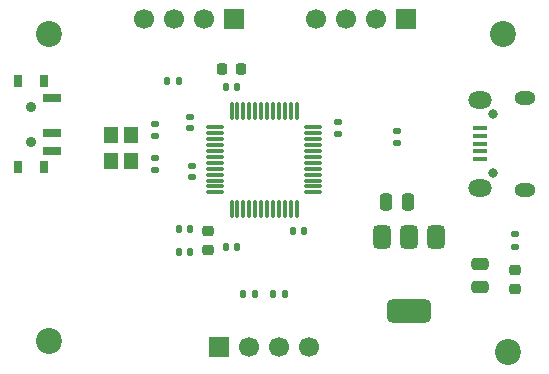
<source format=gbr>
%TF.GenerationSoftware,KiCad,Pcbnew,9.0.1*%
%TF.CreationDate,2025-04-26T12:53:08+02:00*%
%TF.ProjectId,stm32_board,73746d33-325f-4626-9f61-72642e6b6963,rev?*%
%TF.SameCoordinates,Original*%
%TF.FileFunction,Soldermask,Top*%
%TF.FilePolarity,Negative*%
%FSLAX46Y46*%
G04 Gerber Fmt 4.6, Leading zero omitted, Abs format (unit mm)*
G04 Created by KiCad (PCBNEW 9.0.1) date 2025-04-26 12:53:08*
%MOMM*%
%LPD*%
G01*
G04 APERTURE LIST*
G04 Aperture macros list*
%AMRoundRect*
0 Rectangle with rounded corners*
0 $1 Rounding radius*
0 $2 $3 $4 $5 $6 $7 $8 $9 X,Y pos of 4 corners*
0 Add a 4 corners polygon primitive as box body*
4,1,4,$2,$3,$4,$5,$6,$7,$8,$9,$2,$3,0*
0 Add four circle primitives for the rounded corners*
1,1,$1+$1,$2,$3*
1,1,$1+$1,$4,$5*
1,1,$1+$1,$6,$7*
1,1,$1+$1,$8,$9*
0 Add four rect primitives between the rounded corners*
20,1,$1+$1,$2,$3,$4,$5,0*
20,1,$1+$1,$4,$5,$6,$7,0*
20,1,$1+$1,$6,$7,$8,$9,0*
20,1,$1+$1,$8,$9,$2,$3,0*%
G04 Aperture macros list end*
%ADD10RoundRect,0.140000X-0.170000X0.140000X-0.170000X-0.140000X0.170000X-0.140000X0.170000X0.140000X0*%
%ADD11C,2.200000*%
%ADD12O,0.800000X0.800000*%
%ADD13R,1.300000X0.450000*%
%ADD14O,1.800000X1.150000*%
%ADD15O,2.000000X1.450000*%
%ADD16RoundRect,0.140000X0.170000X-0.140000X0.170000X0.140000X-0.170000X0.140000X-0.170000X-0.140000X0*%
%ADD17RoundRect,0.218750X-0.256250X0.218750X-0.256250X-0.218750X0.256250X-0.218750X0.256250X0.218750X0*%
%ADD18RoundRect,0.135000X-0.185000X0.135000X-0.185000X-0.135000X0.185000X-0.135000X0.185000X0.135000X0*%
%ADD19RoundRect,0.140000X0.140000X0.170000X-0.140000X0.170000X-0.140000X-0.170000X0.140000X-0.170000X0*%
%ADD20RoundRect,0.075000X-0.662500X-0.075000X0.662500X-0.075000X0.662500X0.075000X-0.662500X0.075000X0*%
%ADD21RoundRect,0.075000X-0.075000X-0.662500X0.075000X-0.662500X0.075000X0.662500X-0.075000X0.662500X0*%
%ADD22RoundRect,0.135000X-0.135000X-0.185000X0.135000X-0.185000X0.135000X0.185000X-0.135000X0.185000X0*%
%ADD23RoundRect,0.135000X0.185000X-0.135000X0.185000X0.135000X-0.185000X0.135000X-0.185000X-0.135000X0*%
%ADD24R,1.700000X1.700000*%
%ADD25C,1.700000*%
%ADD26RoundRect,0.225000X-0.225000X-0.250000X0.225000X-0.250000X0.225000X0.250000X-0.225000X0.250000X0*%
%ADD27RoundRect,0.250000X-0.250000X-0.475000X0.250000X-0.475000X0.250000X0.475000X-0.250000X0.475000X0*%
%ADD28RoundRect,0.140000X-0.140000X-0.170000X0.140000X-0.170000X0.140000X0.170000X-0.140000X0.170000X0*%
%ADD29RoundRect,0.375000X-0.375000X0.625000X-0.375000X-0.625000X0.375000X-0.625000X0.375000X0.625000X0*%
%ADD30RoundRect,0.500000X-1.400000X0.500000X-1.400000X-0.500000X1.400000X-0.500000X1.400000X0.500000X0*%
%ADD31R,0.800000X1.000000*%
%ADD32C,0.900000*%
%ADD33R,1.500000X0.700000*%
%ADD34R,1.200000X1.400000*%
%ADD35RoundRect,0.135000X0.135000X0.185000X-0.135000X0.185000X-0.135000X-0.185000X0.135000X-0.185000X0*%
%ADD36RoundRect,0.250000X0.475000X-0.250000X0.475000X0.250000X-0.475000X0.250000X-0.475000X-0.250000X0*%
G04 APERTURE END LIST*
D10*
%TO.C,C2*%
X125000000Y-59000000D03*
X125000000Y-59960000D03*
%TD*%
D11*
%TO.C,H1*%
X139000000Y-51500000D03*
%TD*%
D12*
%TO.C,USB*%
X138100000Y-63300000D03*
X138100000Y-58300000D03*
D13*
X137000000Y-62100000D03*
X137000000Y-61450000D03*
X137000000Y-60800000D03*
X137000000Y-60150000D03*
X137000000Y-59500000D03*
D14*
X140850000Y-64675000D03*
D15*
X137050000Y-64525000D03*
X137050000Y-57075000D03*
D14*
X140850000Y-56925000D03*
%TD*%
D11*
%TO.C,H3*%
X100500000Y-77500000D03*
%TD*%
D16*
%TO.C,C5*%
X112650000Y-63635000D03*
X112650000Y-62675000D03*
%TD*%
D17*
%TO.C,FB1*%
X114000000Y-68212500D03*
X114000000Y-69787500D03*
%TD*%
D18*
%TO.C,R2*%
X129980000Y-59750000D03*
X129980000Y-60770000D03*
%TD*%
D19*
%TO.C,C3*%
X122140000Y-68170000D03*
X121180000Y-68170000D03*
%TD*%
D20*
%TO.C,U1*%
X114587500Y-59412500D03*
X114587500Y-59912500D03*
X114587500Y-60412500D03*
X114587500Y-60912500D03*
X114587500Y-61412500D03*
X114587500Y-61912500D03*
X114587500Y-62412500D03*
X114587500Y-62912500D03*
X114587500Y-63412500D03*
X114587500Y-63912500D03*
X114587500Y-64412500D03*
X114587500Y-64912500D03*
D21*
X116000000Y-66325000D03*
X116500000Y-66325000D03*
X117000000Y-66325000D03*
X117500000Y-66325000D03*
X118000000Y-66325000D03*
X118500000Y-66325000D03*
X119000000Y-66325000D03*
X119500000Y-66325000D03*
X120000000Y-66325000D03*
X120500000Y-66325000D03*
X121000000Y-66325000D03*
X121500000Y-66325000D03*
D20*
X122912500Y-64912500D03*
X122912500Y-64412500D03*
X122912500Y-63912500D03*
X122912500Y-63412500D03*
X122912500Y-62912500D03*
X122912500Y-62412500D03*
X122912500Y-61912500D03*
X122912500Y-61412500D03*
X122912500Y-60912500D03*
X122912500Y-60412500D03*
X122912500Y-59912500D03*
X122912500Y-59412500D03*
D21*
X121500000Y-58000000D03*
X121000000Y-58000000D03*
X120500000Y-58000000D03*
X120000000Y-58000000D03*
X119500000Y-58000000D03*
X119000000Y-58000000D03*
X118500000Y-58000000D03*
X118000000Y-58000000D03*
X117500000Y-58000000D03*
X117000000Y-58000000D03*
X116500000Y-58000000D03*
X116000000Y-58000000D03*
%TD*%
D22*
%TO.C,R5*%
X119480000Y-73500000D03*
X120500000Y-73500000D03*
%TD*%
%TO.C,R1*%
X110500000Y-55500000D03*
X111520000Y-55500000D03*
%TD*%
D23*
%TO.C,R3*%
X140000000Y-69500000D03*
X140000000Y-68480000D03*
%TD*%
D24*
%TO.C,UART*%
X116190000Y-50240000D03*
D25*
X113650000Y-50240000D03*
X111110000Y-50240000D03*
X108570000Y-50240000D03*
%TD*%
D26*
%TO.C,C4*%
X115225000Y-54500000D03*
X116775000Y-54500000D03*
%TD*%
D19*
%TO.C,C7*%
X112500000Y-70000000D03*
X111540000Y-70000000D03*
%TD*%
%TO.C,C6*%
X112480000Y-68000000D03*
X111520000Y-68000000D03*
%TD*%
D27*
%TO.C,C11*%
X129050000Y-65700000D03*
X130950000Y-65700000D03*
%TD*%
D28*
%TO.C,C1*%
X115540000Y-56000000D03*
X116500000Y-56000000D03*
%TD*%
D16*
%TO.C,C13*%
X112500000Y-59460000D03*
X112500000Y-58500000D03*
%TD*%
D17*
%TO.C,D1*%
X140000000Y-71500000D03*
X140000000Y-73075000D03*
%TD*%
D29*
%TO.C,U2*%
X133300000Y-68700000D03*
X131000000Y-68700000D03*
D30*
X131000000Y-75000000D03*
D29*
X128700000Y-68700000D03*
%TD*%
D24*
%TO.C,I2C*%
X114920000Y-78000000D03*
D25*
X117460000Y-78000000D03*
X120000000Y-78000000D03*
X122540000Y-78000000D03*
%TD*%
D31*
%TO.C,BOOT*%
X100110000Y-55500000D03*
X97900000Y-55500000D03*
D32*
X99000000Y-57650000D03*
X99000000Y-60650000D03*
D31*
X100110000Y-62800000D03*
X97900000Y-62800000D03*
D33*
X100760000Y-56900000D03*
X100760000Y-59900000D03*
X100760000Y-61400000D03*
%TD*%
D34*
%TO.C,Y1*%
X105780000Y-60020000D03*
X105780000Y-62220000D03*
X107480000Y-62220000D03*
X107480000Y-60020000D03*
%TD*%
D35*
%TO.C,R4*%
X118010000Y-73500000D03*
X116990000Y-73500000D03*
%TD*%
D24*
%TO.C,SWD*%
X130790000Y-50250000D03*
D25*
X128250000Y-50250000D03*
X125710000Y-50250000D03*
X123170000Y-50250000D03*
%TD*%
D36*
%TO.C,C12*%
X137000000Y-72900000D03*
X137000000Y-71000000D03*
%TD*%
D11*
%TO.C,H4*%
X100500000Y-51500000D03*
%TD*%
D16*
%TO.C,C9*%
X109480000Y-60110000D03*
X109480000Y-59150000D03*
%TD*%
D11*
%TO.C,H2*%
X139410000Y-78440000D03*
%TD*%
D16*
%TO.C,C10*%
X109500000Y-63000000D03*
X109500000Y-62040000D03*
%TD*%
D28*
%TO.C,C8*%
X115500000Y-69500000D03*
X116460000Y-69500000D03*
%TD*%
M02*

</source>
